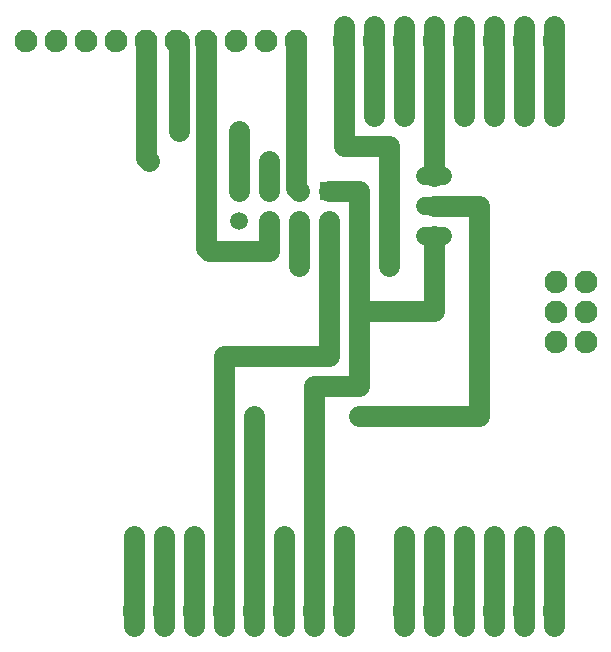
<source format=gbr>
G04 EAGLE Gerber RS-274X export*
G75*
%MOMM*%
%FSLAX34Y34*%
%LPD*%
%INTop Copper*%
%IPPOS*%
%AMOC8*
5,1,8,0,0,1.08239X$1,22.5*%
G01*
%ADD10C,1.930400*%
%ADD11R,1.508000X1.508000*%
%ADD12C,1.508000*%
%ADD13C,1.524000*%
%ADD14C,1.778000*%
%ADD15C,1.500000*%


D10*
X469900Y228600D03*
X495300Y228600D03*
X520700Y228600D03*
X546100Y228600D03*
X571500Y228600D03*
X596900Y228600D03*
X622300Y228600D03*
X647700Y228600D03*
X698500Y228600D03*
X723900Y228600D03*
X749300Y228600D03*
X774700Y228600D03*
X800100Y228600D03*
X825500Y228600D03*
X825500Y711200D03*
X800100Y711200D03*
X774700Y711200D03*
X749300Y711200D03*
X723900Y711200D03*
X698500Y711200D03*
X673100Y711200D03*
X647700Y711200D03*
X607060Y711200D03*
X581660Y711200D03*
X556260Y711200D03*
X530860Y711200D03*
X505460Y711200D03*
X480060Y711200D03*
X454660Y711200D03*
X429260Y711200D03*
X403860Y711200D03*
X378460Y711200D03*
X826900Y507500D03*
X852300Y507500D03*
X826900Y482100D03*
X852300Y482100D03*
X826900Y456700D03*
X852300Y456700D03*
D11*
X635000Y584200D03*
D12*
X558800Y558800D03*
X584200Y558800D03*
X609600Y558800D03*
X635000Y558800D03*
X609600Y584200D03*
X584200Y584200D03*
X558800Y584200D03*
D13*
X825500Y287020D02*
X825500Y271780D01*
X800100Y271780D02*
X800100Y287020D01*
X774700Y287020D02*
X774700Y271780D01*
X749300Y271780D02*
X749300Y287020D01*
X723900Y287020D02*
X723900Y271780D01*
X698500Y271780D02*
X698500Y287020D01*
X647700Y652780D02*
X647700Y668020D01*
X673100Y668020D02*
X673100Y652780D01*
X698500Y652780D02*
X698500Y668020D01*
X723900Y668020D02*
X723900Y652780D01*
X749300Y652780D02*
X749300Y668020D01*
X774700Y668020D02*
X774700Y652780D01*
X800100Y652780D02*
X800100Y668020D01*
X825500Y668020D02*
X825500Y652780D01*
X469900Y287020D02*
X469900Y271780D01*
X495300Y271780D02*
X495300Y287020D01*
X520700Y287020D02*
X520700Y271780D01*
X546100Y271780D02*
X546100Y287020D01*
X571500Y287020D02*
X571500Y271780D01*
X596900Y271780D02*
X596900Y287020D01*
X622300Y287020D02*
X622300Y271780D01*
X647700Y271780D02*
X647700Y287020D01*
X716280Y546100D02*
X731520Y546100D01*
X731520Y571500D02*
X716280Y571500D01*
X716280Y596900D02*
X731520Y596900D01*
D14*
X825500Y292100D02*
X825500Y279400D01*
X825500Y228600D01*
X825500Y215900D01*
X800100Y215900D02*
X800100Y228600D01*
X800100Y279400D01*
X800100Y292100D01*
X774700Y292100D02*
X774700Y279400D01*
X774700Y228600D01*
X774700Y215900D01*
X749300Y215900D02*
X749300Y228600D01*
X749300Y279400D01*
X749300Y292100D01*
X723900Y228600D02*
X723900Y215900D01*
X723900Y228600D02*
X723900Y279400D01*
X723900Y292100D01*
X698500Y292100D02*
X698500Y279400D01*
X698500Y228600D01*
X698500Y215900D01*
X635000Y444500D02*
X635000Y558800D01*
X635000Y444500D02*
X546100Y444500D01*
X546100Y228600D01*
X609600Y584200D02*
X607060Y586740D01*
X607060Y711200D01*
X647700Y660400D02*
X647700Y647700D01*
X647700Y660400D02*
X647700Y711200D01*
X647700Y723900D01*
X609600Y558800D02*
X609600Y520700D01*
X673100Y711200D02*
X673100Y723900D01*
X673100Y711200D02*
X673100Y660400D01*
X673100Y647700D01*
X698500Y647700D02*
X698500Y660400D01*
X698500Y711200D01*
X698500Y723900D01*
X723900Y660400D02*
X723900Y647700D01*
X723900Y660400D02*
X723900Y711200D01*
X723900Y723900D01*
X723900Y660400D02*
X723900Y596900D01*
X749300Y647700D02*
X749300Y660400D01*
X749300Y711200D01*
X749300Y723900D01*
X774700Y660400D02*
X774700Y647700D01*
X774700Y660400D02*
X774700Y711200D01*
X774700Y723900D01*
X800100Y723900D02*
X800100Y711200D01*
X800100Y660400D01*
X800100Y647700D01*
X825500Y660400D02*
X825500Y711200D01*
X825500Y660400D02*
X825500Y647700D01*
X825500Y711200D02*
X825500Y723900D01*
X647700Y292100D02*
X647700Y215900D01*
X622300Y215900D02*
X622300Y292100D01*
X596900Y292100D02*
X596900Y215900D01*
X571500Y279400D02*
X571500Y292100D01*
X571500Y279400D02*
X571500Y215900D01*
X546100Y215900D02*
X546100Y292100D01*
X520700Y292100D02*
X520700Y215900D01*
X495300Y215900D02*
X495300Y292100D01*
X469900Y292100D02*
X469900Y215900D01*
X480060Y612140D02*
X480060Y711200D01*
X480060Y612140D02*
X482600Y609600D01*
D15*
X482600Y609600D03*
D14*
X584200Y609600D02*
X584200Y584200D01*
X584200Y558800D02*
X584200Y533400D01*
X533400Y533400D01*
X530860Y535940D01*
X530860Y711200D01*
X558800Y635000D02*
X558800Y584200D01*
D15*
X558800Y635000D03*
X584200Y609600D03*
X508000Y635000D03*
D14*
X508000Y711200D01*
D15*
X609600Y520700D03*
X685800Y520700D03*
D14*
X685800Y622300D01*
X647700Y622300D01*
X647700Y711200D01*
X571500Y393700D02*
X571500Y228600D01*
D15*
X571500Y393700D03*
D14*
X762000Y393700D02*
X762000Y571500D01*
X762000Y393700D02*
X660400Y393700D01*
X723900Y571500D02*
X762000Y571500D01*
X723900Y546100D02*
X723900Y482600D01*
X660400Y482600D01*
X660400Y584200D02*
X635000Y584200D01*
X660400Y584200D02*
X660400Y419100D01*
X622300Y419100D01*
X622300Y228600D01*
D15*
X660400Y393700D03*
M02*

</source>
